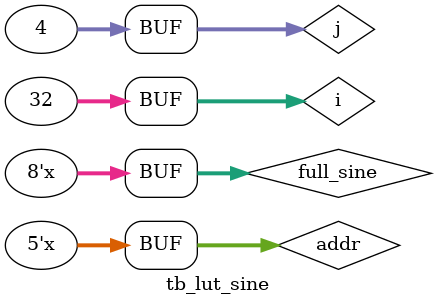
<source format=v>
module tb_lut_sine;
	//Inputs
	reg [4:0] addr;
	
	//Outputs
	wire [7:0] data;
	
	reg signed [7:0] full_sine;
	integer i, j;

//Instantiate Unit Under Test
lut_sine uut (
	.addr(addr),
	.data(data)
);

initial begin
	//Initiialize Inputs
	addr = 0;
	
	//Wait 100ns for global reset to finish
	#100;
	
	//Add stimulus here
	for (j=0; j<4; j=j+1)
		for (i=0; i<32; i=i+1)
			#10;
end
always @(*) begin
	if (j==0) begin
		addr = i;
		full_sine = data;
	end
	if (j==1) begin		//y-axis mirror
		addr = 31 - i;
		full_sine = data;
	end
	if (j==2) begin		//x-axis mirror
		addr = i;
		full_sine = -data;
	end
	if (j==3) begin		//x-axis, y-axis mirror
		addr = 31 - i;
		full_sine = -data;
	end
end
endmodule


</source>
